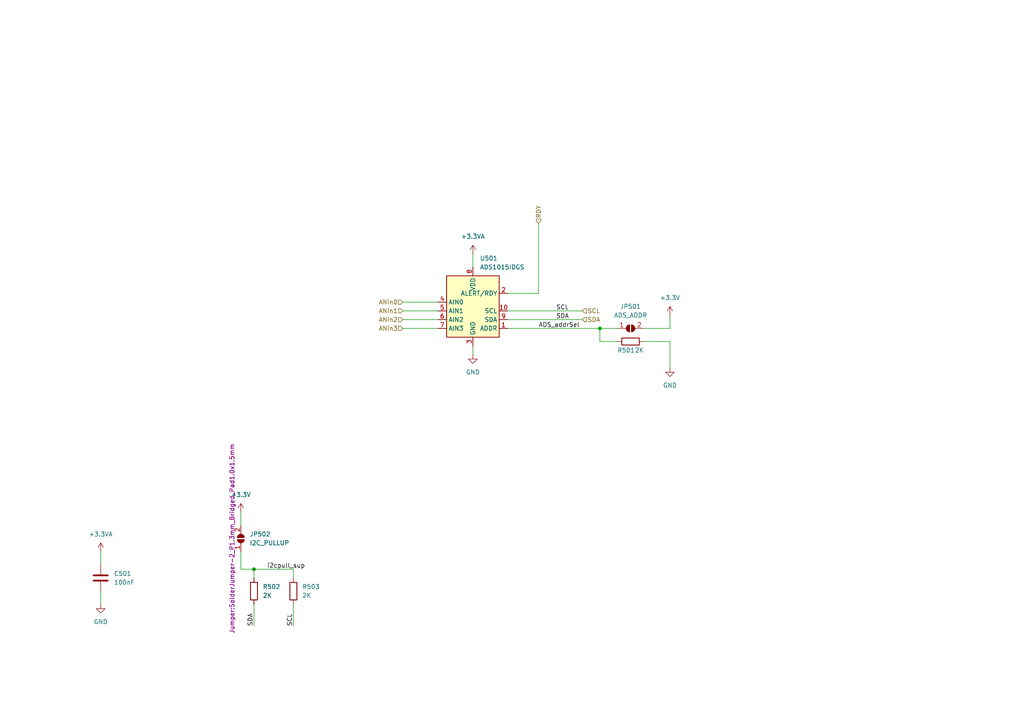
<source format=kicad_sch>
(kicad_sch (version 20230121) (generator eeschema)
  (paper "A4")
  (lib_symbols
    (symbol "Analog_ADC:ADS1015IDGS"
      (property "Reference" "U" (at 2.54 13.97 0))
      (property "Value" "ADS1015IDGS" (at 7.62 11.43 0))
      (symbol "ADS1015IDGS_0_1"
        (rectangle (start -7.62 10.16) (end 7.62 -7.62) (stroke (width 0.254)) (fill (type background)))
      )
      (symbol "ADS1015IDGS_1_1"
        (pin input line (at 10.16 -5.08 180) (length 2.54) (name "ADDR") (number "1"))
        (pin input line (at 10.16 0 180) (length 2.54) (name "SCL") (number "10"))
        (pin output line (at 10.16 5.08 180) (length 2.54) (name "ALERT/RDY") (number "2"))
        (pin power_in line (at 0 -10.16 90) (length 2.54) (name "GND") (number "3"))
        (pin input line (at -10.16 2.54 0) (length 2.54) (name "AIN0") (number "4"))
        (pin input line (at -10.16 0 0) (length 2.54) (name "AIN1") (number "5"))
        (pin input line (at -10.16 -2.54 0) (length 2.54) (name "AIN2") (number "6"))
        (pin input line (at -10.16 -5.08 0) (length 2.54) (name "AIN3") (number "7"))
        (pin power_in line (at 0 12.7 270) (length 2.54) (name "VDD") (number "8"))
        (pin bidirectional line (at 10.16 -2.54 180) (length 2.54) (name "SDA") (number "9"))
      )
    )
    (symbol "Device:C" (pin_numbers hide) (pin_names (offset 0.254))
      (property "Reference" "C" (at 0.635 2.54 0))
      (property "Value" "C" (at 0.635 -2.54 0))
      (symbol "C_0_1"
        (polyline (pts (xy -2.032 -0.762) (xy 2.032 -0.762)) (stroke (width 0.508)))
        (polyline (pts (xy -2.032 0.762) (xy 2.032 0.762)) (stroke (width 0.508)))
      )
      (symbol "C_1_1"
        (pin passive line (at 0 3.81 270) (length 2.794) (name "~") (number "1"))
        (pin passive line (at 0 -3.81 90) (length 2.794) (name "~") (number "2"))
      )
    )
    (symbol "Device:R" (pin_numbers hide) (pin_names (offset 0))
      (property "Reference" "R" (at 2.032 0 90))
      (property "Value" "R" (at 0 0 90))
      (symbol "R_0_1"
        (rectangle (start -1.016 -2.54) (end 1.016 2.54) (stroke (width 0.254)))
      )
      (symbol "R_1_1"
        (pin passive line (at 0 3.81 270) (length 1.27) (name "~") (number "1"))
        (pin passive line (at 0 -3.81 90) (length 1.27) (name "~") (number "2"))
      )
    )
    (symbol "Jumper:SolderJumper_2_Open" (pin_names (offset 0) hide)
      (property "Reference" "JP" (at 0 2.032 0))
      (property "Value" "SolderJumper_2_Open" (at 0 -2.54 0))
      (symbol "SolderJumper_2_Open_0_1"
        (arc (start -0.254 1.016) (mid -1.2656 0) (end -0.254 -1.016))
        (arc (start -0.254 1.016) (mid -1.2656 0) (end -0.254 -1.016) (fill (type outline)))
        (polyline (pts (xy -0.254 1.016) (xy -0.254 -1.016)))
        (polyline (pts (xy 0.254 1.016) (xy 0.254 -1.016)))
        (arc (start 0.254 -1.016) (mid 1.2656 0) (end 0.254 1.016))
        (arc (start 0.254 -1.016) (mid 1.2656 0) (end 0.254 1.016) (fill (type outline)))
      )
      (symbol "SolderJumper_2_Open_1_1"
        (pin passive line (at -3.81 0 0) (length 2.54) (name "A") (number "1"))
        (pin passive line (at 3.81 0 180) (length 2.54) (name "B") (number "2"))
      )
    )
    (symbol "power:+3.3V" (power) (pin_names (offset 0))
      (property "Value" "+3.3V" (at 0 3.556 0))
      (symbol "+3.3V_0_1"
        (polyline (pts (xy -0.762 1.27) (xy 0 2.54)))
        (polyline (pts (xy 0 0) (xy 0 2.54)))
        (polyline (pts (xy 0 2.54) (xy 0.762 1.27)))
      )
      (symbol "+3.3V_1_1"
        (pin power_in line (at 0 0 90) (length 0) hide (name "+3.3V") (number "1"))
      )
    )
    (symbol "power:+3.3VA" (power) (pin_names (offset 0))
      (property "Value" "+3.3VA" (at 0 3.556 0))
      (symbol "+3.3VA_0_1"
        (polyline (pts (xy -0.762 1.27) (xy 0 2.54)))
        (polyline (pts (xy 0 0) (xy 0 2.54)))
        (polyline (pts (xy 0 2.54) (xy 0.762 1.27)))
      )
      (symbol "+3.3VA_1_1"
        (pin power_in line (at 0 0 90) (length 0) hide (name "+3.3VA") (number "1"))
      )
    )
    (symbol "power:GND" (power) (pin_names (offset 0))
      (property "Value" "GND" (at 0 -3.81 0))
      (symbol "GND_0_1"
        (polyline (pts (xy 0 0) (xy 0 -1.27) (xy 1.27 -1.27) (xy 0 -2.54) (xy -1.27 -1.27) (xy 0 -1.27)))
      )
      (symbol "GND_1_1"
        (pin power_in line (at 0 0 270) (length 0) hide (name "GND") (number "1"))
      )
    )
  )
  (junction (at 173.99 95.25))
  (junction (at 73.66 165.1))
  (wire (pts (xy 29.21 160.02) (xy 29.21 163.83)))
  (wire (pts (xy 173.99 95.25) (xy 179.07 95.25)))
  (wire (pts (xy 116.84 90.17) (xy 127 90.17)))
  (wire (pts (xy 137.16 73.66) (xy 137.16 77.47)))
  (wire (pts (xy 85.09 167.64) (xy 85.09 165.1)))
  (wire (pts (xy 179.07 99.06) (xy 173.99 99.06)))
  (wire (pts (xy 116.84 92.71) (xy 127 92.71)))
  (wire (pts (xy 116.84 95.25) (xy 127 95.25)))
  (wire (pts (xy 147.32 90.17) (xy 168.91 90.17)))
  (wire (pts (xy 85.09 175.26) (xy 85.09 181.61)))
  (wire (pts (xy 194.31 99.06) (xy 194.31 106.68)))
  (wire (pts (xy 147.32 85.09) (xy 156.21 85.09)))
  (wire (pts (xy 85.09 165.1) (xy 73.66 165.1)))
  (wire (pts (xy 186.69 95.25) (xy 194.31 95.25)))
  (wire (pts (xy 173.99 99.06) (xy 173.99 95.25)))
  (wire (pts (xy 69.85 148.59) (xy 69.85 152.4)))
  (wire (pts (xy 156.21 64.77) (xy 156.21 85.09)))
  (wire (pts (xy 73.66 165.1) (xy 73.66 167.64)))
  (wire (pts (xy 69.85 160.02) (xy 69.85 165.1)))
  (wire (pts (xy 73.66 165.1) (xy 69.85 165.1)))
  (wire (pts (xy 116.84 87.63) (xy 127 87.63)))
  (wire (pts (xy 29.21 171.45) (xy 29.21 175.26)))
  (wire (pts (xy 186.69 99.06) (xy 194.31 99.06)))
  (wire (pts (xy 147.32 92.71) (xy 168.91 92.71)))
  (wire (pts (xy 137.16 100.33) (xy 137.16 102.87)))
  (wire (pts (xy 147.32 95.25) (xy 173.99 95.25)))
  (wire (pts (xy 194.31 91.44) (xy 194.31 95.25)))
  (wire (pts (xy 73.66 175.26) (xy 73.66 181.61)))
  (label "SDA" (at 161.29 92.71 0))
  (label "SCL" (at 161.29 90.17 0))
  (label "i2cpull_sup" (at 77.47 165.1 0))
  (label "SDA" (at 73.66 181.61 90))
  (label "ADS_addrSel" (at 156.21 95.25 0))
  (label "SCL" (at 85.09 181.61 90))
  (hierarchical_label "SDA" (shape input) (at 168.91 92.71 0))
  (hierarchical_label "SCL" (shape input) (at 168.91 90.17 0))
  (hierarchical_label "ANin2" (shape input) (at 116.84 92.71 180))
  (hierarchical_label "ANin3" (shape input) (at 116.84 95.25 180))
  (hierarchical_label "ANin1" (shape input) (at 116.84 90.17 180))
  (hierarchical_label "ANin0" (shape input) (at 116.84 87.63 180))
  (hierarchical_label "RDY" (shape input) (at 156.21 64.77 90))
  (symbol (lib_id "power:GND") (at 137.16 102.87 0) (unit 1)
    (property "Reference" "#PWR0503" (effects hide))
    (property "Value" "GND" (at 137.16 107.95 0))
  )
  (symbol (lib_id "power:+3.3VA") (at 29.21 160.02 0) (unit 1)
    (property "Reference" "#PWR0506" (effects hide))
    (property "Value" "+3.3VA" (at 29.21 154.94 0))
  )
  (symbol (lib_id "power:GND") (at 194.31 106.68 0) (unit 1)
    (property "Reference" "#PWR0504" (effects hide))
    (property "Value" "GND" (at 194.31 111.76 0))
  )
  (symbol (lib_id "Device:R") (at 73.66 171.45 0) (unit 1)
    (property "Reference" "R502" (at 76.2 170.1799 0) (effects (justify left)))
    (property "Value" "2K" (at 76.2 172.7199 0) (effects (justify left)))
    (property "Footprint" "Resistor_SMD:R_0402_1005Metric" (effects hide))
    (property "LCSC" "C4109" (effects hide))
    (property "Part" "0402WGF2001TCE" (effects hide))
  )
  (symbol (lib_id "power:+3.3V") (at 69.85 148.59 0) (unit 1)
    (property "Reference" "#PWR0505" (effects hide))
    (property "Value" "+3.3V" (at 69.85 143.51 0))
  )
  (symbol (lib_id "power:+3.3VA") (at 137.16 73.66 0) (unit 1)
    (property "Reference" "#PWR0501" (effects hide))
    (property "Value" "+3.3VA" (at 137.16 68.58 0))
  )
  (symbol (lib_id "power:+3.3V") (at 194.31 91.44 0) (unit 1)
    (property "Reference" "#PWR0502" (effects hide))
    (property "Value" "+3.3V" (at 194.31 86.36 0))
  )
  (symbol (lib_id "Jumper:SolderJumper_2_Open") (at 69.85 156.21 90) (unit 1)
    (property "Reference" "JP502" (at 72.39 154.9399 90) (effects (justify right)))
    (property "Value" "I2C_PULLUP" (at 72.39 157.4799 90) (effects (justify right)))
    (property "Footprint" "Jumper:SolderJumper-2_P1.3mm_Bridged_Pad1.0x1.5mm" (at 67.31 156.21 0))
  )
  (symbol (lib_id "Device:C") (at 29.21 167.64 0) (unit 1)
    (property "Reference" "C501" (at 33.02 166.3699 0) (effects (justify left)))
    (property "Value" "100nF" (at 33.02 168.9099 0) (effects (justify left)))
    (property "Footprint" "Capacitor_SMD:C_0402_1005Metric" (effects hide))
    (property "LCSC" "C1525" (effects hide))
    (property "Part" "CL05B104KO5NNNC" (effects hide))
  )
  (symbol (lib_id "Device:R") (at 182.88 99.06 90) (unit 1)
    (property "Reference" "R501" (at 181.61 101.6 90))
    (property "Value" "2K" (at 185.42 101.6 90))
    (property "Footprint" "Resistor_SMD:R_0402_1005Metric" (effects hide))
    (property "LCSC" "C4109" (effects hide))
    (property "Part" "0402WGF2001TCE" (effects hide))
  )
  (symbol (lib_id "Jumper:SolderJumper_2_Open") (at 182.88 95.25 0) (unit 1)
    (property "Reference" "JP501" (at 182.88 88.9 0))
    (property "Value" "ADS_ADDR" (at 182.88 91.44 0))
    (property "Footprint" "Jumper:SolderJumper-2_P1.3mm_Open_RoundedPad1.0x1.5mm" (effects hide))
  )
  (symbol (lib_id "Device:R") (at 85.09 171.45 0) (unit 1)
    (property "Reference" "R503" (at 87.63 170.1799 0) (effects (justify left)))
    (property "Value" "2K" (at 87.63 172.7199 0) (effects (justify left)))
    (property "Footprint" "Resistor_SMD:R_0402_1005Metric" (effects hide))
    (property "LCSC" "C4109" (effects hide))
    (property "Part" "0402WGF2001TCE" (effects hide))
  )
  (symbol (lib_id "power:GND") (at 29.21 175.26 0) (unit 1)
    (property "Reference" "#PWR0507" (effects hide))
    (property "Value" "GND" (at 29.21 180.34 0))
  )
  (symbol (lib_id "Analog_ADC:ADS1015IDGS") (at 137.16 90.17 0) (unit 1)
    (property "Reference" "U501" (at 139.1794 74.93 0) (effects (justify left)))
    (property "Value" "ADS1015IDGS" (at 139.1794 77.47 0) (effects (justify left)))
    (property "Footprint" "Package_SO:TSSOP-10_3x3mm_P0.5mm" (effects hide))
    (property "Datasheet" "http://www.ti.com/lit/ds/symlink/ads1015.pdf" (effects hide))
    (property "LCSC" "C193969" (effects hide))
  )
)
</source>
